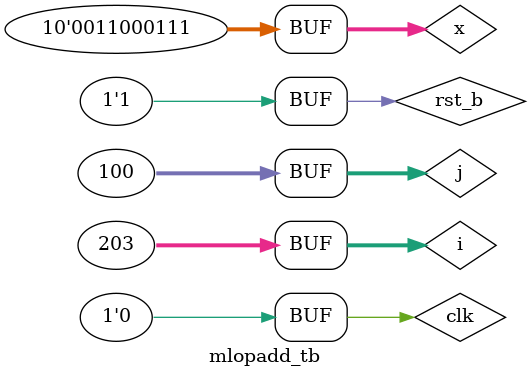
<source format=v>
module rgst #(
    parameter w=8
)(
    input clk, rst_b, ld, clr, 
    input [w-1:0] d, 
    output reg [w-1:0] q
);
    always @ (posedge clk, negedge rst_b)
        if (!rst_b)                 q <= 0;
        else if (clr)               q <= 0;
        else if (ld)                q <= d;
endmodule

module mlopadd(
  input clk, rst_b,
  input [9:0] x,
  output [15:0] a
);

wire [9:0] temp;

rgst #(.w(10)) REG1 (
  .clk(clk),
  .rst_b(rst_b),
  .ld(1'b1),
  .clr(1'b0),
  .d(x),
  .q(temp)
);

rgst #(.w(16)) REG2 (
  .clk(clk),
  .rst_b(rst_b),
  .ld(1'b1),
  .clr(1'b0),
  .d(temp + a),
  .q(a)
);

endmodule

module mlopadd_tb;
reg clk, rst_b;
reg [9:0] x;
wire [15:0] a;

mlopadd cut(
  .clk(clk),
  .rst_b(rst_b),
  .x(x),
  .a(a)
);

initial begin
  clk = 0;
  rst_b = 0;
end

integer i;
initial begin
  for(i = 1; i <= 202; i = i + 1) begin
    #50; clk = ~clk;
  end
end

integer j;
initial begin
  for(j = 0; j <= 99; j = j + 1) begin
    x = 2 * j + 1; # 100;
  end
end

initial begin
  #25; rst_b = 1;
end

endmodule
</source>
